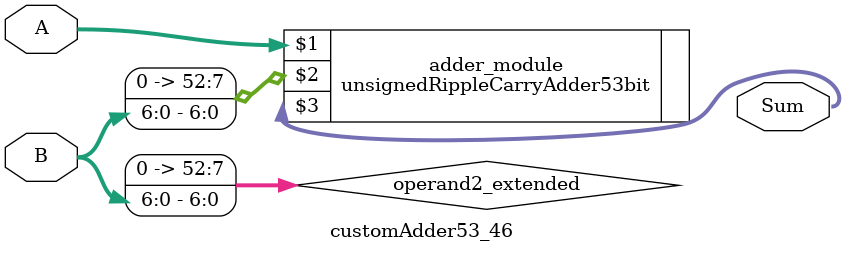
<source format=v>
module customAdder53_46(
                        input [52 : 0] A,
                        input [6 : 0] B,
                        
                        output [53 : 0] Sum
                );

        wire [52 : 0] operand2_extended;
        
        assign operand2_extended =  {46'b0, B};
        
        unsignedRippleCarryAdder53bit adder_module(
            A,
            operand2_extended,
            Sum
        );
        
        endmodule
        
</source>
